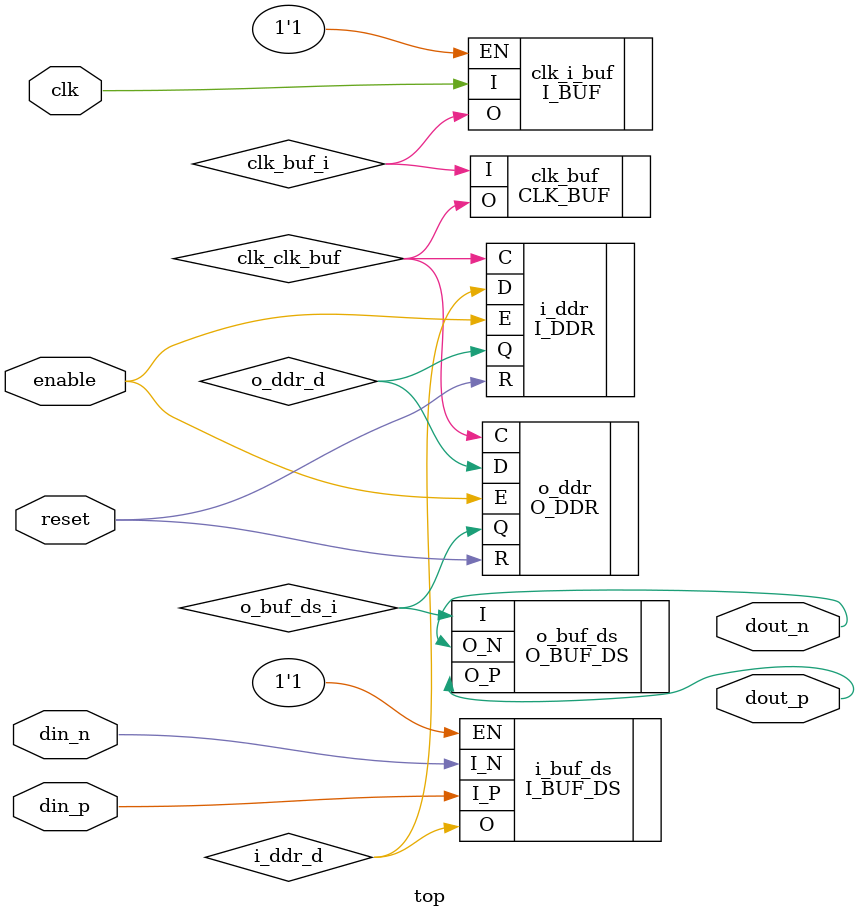
<source format=v>

/*
  Primitive Description:

          |---------------------------------------------------------------------|
          |                                                                     |
  clk   --|--> I_BUF --> CLK_BUF                                                |
          |                                                                     |
 reset  --|--> I_BUF                                                            |
          |                                                                     |
 enable --|--> I_BUF                                                            |
          |                                                                     |
  din_p --|-->|----------|     |-------|-->                                     |
          |   | I_BUF_DS | --> | I_DDR |                                        |
  din_n --|-->|----------|     |-------|-->                                     |
          |                                                                     |
          |                                      -->|-------|     |----------|--|--> dout_p
          |                                         | O_DDR | --> | O_BUF_DS |  |
          |                                      -->|-------|     |----------|--|--> dout_n
          |                                                                     |
          |---------------------------------------------------------------------|

  SW Readiness:

    SYN:: Yes
    PPDB:: Yes
    BitGen:: No

  Testing (Simulation/Emulator):

    Not Yet

  Source:

    GJC-24 + GJC-26
*/

module top (
  input wire clk,
  input wire reset,
  input wire enable,
  input wire din_p,
  input wire din_n,
  output wire dout_p,
  output wire dout_n
);
  wire clk_buf_i;
  wire clk_clk_buf;
  wire i_ddr_d;
  wire o_ddr_d;
  wire o_buf_ds_i;
  I_BUF clk_i_buf(
    .I(clk),
    .EN(1'b1),
    .O(clk_buf_i)
  );
  CLK_BUF clk_buf(
    .I(clk_buf_i),
    .O(clk_clk_buf)
  );
  I_BUF_DS i_buf_ds(
    .I_P(din_p),
    .I_N(din_n),
    .EN(1'b1),
    .O(i_ddr_d)
  );
  I_DDR i_ddr(
    .D(i_ddr_d),
    .R(reset),
    .E(enable),
    .C(clk_clk_buf),
    .Q(o_ddr_d)
  );
  O_DDR o_ddr(
    .D(o_ddr_d),
    .R(reset),
    .E(enable),
    .C(clk_clk_buf),
    .Q(o_buf_ds_i)
  );
  O_BUF_DS o_buf_ds(
    .I(o_buf_ds_i),
    .O_P(dout_p),
    .O_N(dout_n)
  );
endmodule

</source>
